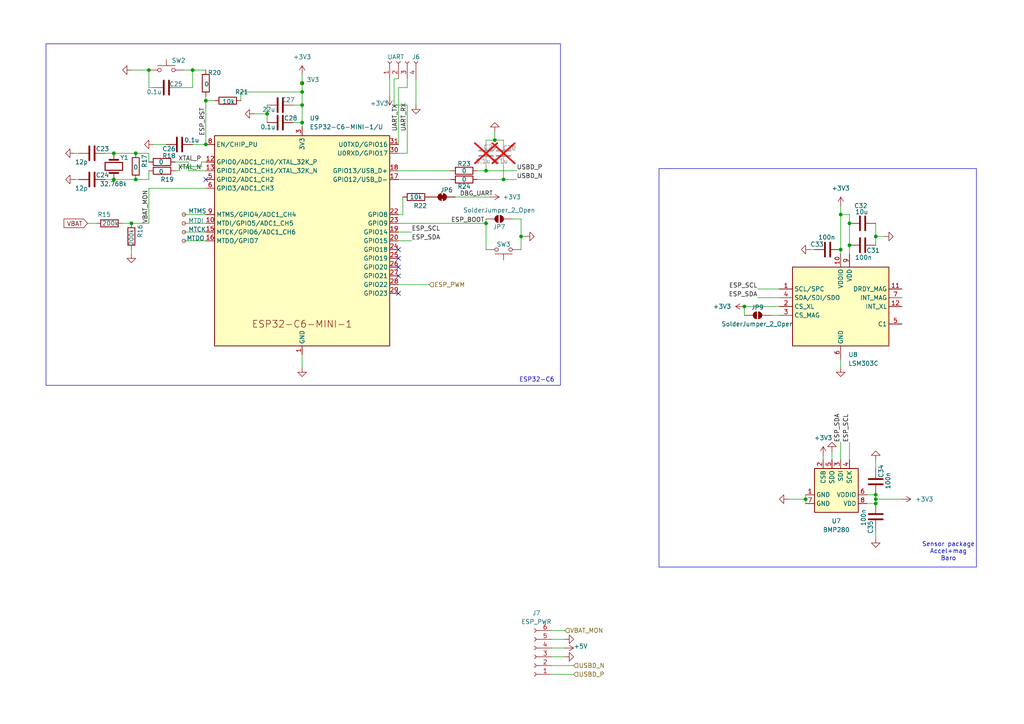
<source format=kicad_sch>
(kicad_sch (version 20231120) (generator "eeschema") (generator_version "8.0")
  (paper "A4")
  (title_block (title "Weltkatze") (date "2025-02-25") (rev "1"))
  (lib_symbols
    (symbol "Connector:Conn_01x04_Socket" (pin_names (offset 1.016) hide)
      (property "Reference" "J" (at 0 5.08 0))
      (property "Value" "Conn_01x04_Socket" (at 0 -7.62 0))
      (symbol "Conn_01x04_Socket_1_1"
        (arc (start 0 -4.572) (mid -0.5058 -5.08) (end 0 -5.588) (stroke (width 0.1524)))
        (arc (start 0 -2.032) (mid -0.5058 -2.54) (end 0 -3.048) (stroke (width 0.1524)))
        (polyline (pts (xy -1.27 -5.08) (xy -0.508 -5.08)) (stroke (width 0.1524)))
        (polyline (pts (xy -1.27 -2.54) (xy -0.508 -2.54)) (stroke (width 0.1524)))
        (polyline (pts (xy -1.27 0) (xy -0.508 0)) (stroke (width 0.1524)))
        (polyline (pts (xy -1.27 2.54) (xy -0.508 2.54)) (stroke (width 0.1524)))
        (arc (start 0 0.508) (mid -0.5058 0) (end 0 -0.508) (stroke (width 0.1524)))
        (arc (start 0 3.048) (mid -0.5058 2.54) (end 0 2.032) (stroke (width 0.1524)))
        (pin passive line (at -5.08 2.54 0) (length 3.81) (name "Pin_1") (number "1"))
        (pin passive line (at -5.08 0 0) (length 3.81) (name "Pin_2") (number "2"))
        (pin passive line (at -5.08 -2.54 0) (length 3.81) (name "Pin_3") (number "3"))
        (pin passive line (at -5.08 -5.08 0) (length 3.81) (name "Pin_4") (number "4"))
      )
    )
    (symbol "Connector:Conn_01x06_Socket" (pin_names (offset 1.016) hide)
      (property "Reference" "J" (at 0 7.62 0))
      (property "Value" "Conn_01x06_Socket" (at 0 -10.16 0))
      (symbol "Conn_01x06_Socket_1_1"
        (arc (start 0 -7.112) (mid -0.5058 -7.62) (end 0 -8.128) (stroke (width 0.1524)))
        (arc (start 0 -4.572) (mid -0.5058 -5.08) (end 0 -5.588) (stroke (width 0.1524)))
        (arc (start 0 -2.032) (mid -0.5058 -2.54) (end 0 -3.048) (stroke (width 0.1524)))
        (polyline (pts (xy -1.27 -7.62) (xy -0.508 -7.62)) (stroke (width 0.1524)))
        (polyline (pts (xy -1.27 -5.08) (xy -0.508 -5.08)) (stroke (width 0.1524)))
        (polyline (pts (xy -1.27 -2.54) (xy -0.508 -2.54)) (stroke (width 0.1524)))
        (polyline (pts (xy -1.27 0) (xy -0.508 0)) (stroke (width 0.1524)))
        (polyline (pts (xy -1.27 2.54) (xy -0.508 2.54)) (stroke (width 0.1524)))
        (polyline (pts (xy -1.27 5.08) (xy -0.508 5.08)) (stroke (width 0.1524)))
        (arc (start 0 0.508) (mid -0.5058 0) (end 0 -0.508) (stroke (width 0.1524)))
        (arc (start 0 3.048) (mid -0.5058 2.54) (end 0 2.032) (stroke (width 0.1524)))
        (arc (start 0 5.588) (mid -0.5058 5.08) (end 0 4.572) (stroke (width 0.1524)))
        (pin passive line (at -5.08 5.08 0) (length 3.81) (name "Pin_1") (number "1"))
        (pin passive line (at -5.08 2.54 0) (length 3.81) (name "Pin_2") (number "2"))
        (pin passive line (at -5.08 0 0) (length 3.81) (name "Pin_3") (number "3"))
        (pin passive line (at -5.08 -2.54 0) (length 3.81) (name "Pin_4") (number "4"))
        (pin passive line (at -5.08 -5.08 0) (length 3.81) (name "Pin_5") (number "5"))
        (pin passive line (at -5.08 -7.62 0) (length 3.81) (name "Pin_6") (number "6"))
      )
    )
    (symbol "Connector:TestPoint_Small" (pin_numbers hide) (pin_names (offset 0.762) hide)
      (property "Reference" "TP" (at 0 3.81 0))
      (property "Value" "TestPoint_Small" (at 0 2.032 0))
      (symbol "TestPoint_Small_0_1"
        (circle (center 0 0) (radius 0.508))
      )
      (symbol "TestPoint_Small_1_1"
        (pin passive line (at 0 0 90) (length 0) (name "1") (number "1"))
      )
    )
    (symbol "Device:C" (pin_numbers hide) (pin_names (offset 0.254))
      (property "Reference" "C" (at 0.635 2.54 0))
      (property "Value" "C" (at 0.635 -2.54 0))
      (symbol "C_0_1"
        (polyline (pts (xy -2.032 -0.762) (xy 2.032 -0.762)) (stroke (width 0.508)))
        (polyline (pts (xy -2.032 0.762) (xy 2.032 0.762)) (stroke (width 0.508)))
      )
      (symbol "C_1_1"
        (pin passive line (at 0 3.81 270) (length 2.794) (name "~") (number "1"))
        (pin passive line (at 0 -3.81 90) (length 2.794) (name "~") (number "2"))
      )
    )
    (symbol "Device:Crystal" (pin_numbers hide) (pin_names (offset 1.016) hide)
      (property "Reference" "Y" (at 0 3.81 0))
      (property "Value" "Crystal" (at 0 -3.81 0))
      (symbol "Crystal_0_1"
        (rectangle (start -1.143 2.54) (end 1.143 -2.54) (stroke (width 0.3048)))
        (polyline (pts (xy -2.54 0) (xy -1.905 0)))
        (polyline (pts (xy -1.905 -1.27) (xy -1.905 1.27)) (stroke (width 0.508)))
        (polyline (pts (xy 1.905 -1.27) (xy 1.905 1.27)) (stroke (width 0.508)))
        (polyline (pts (xy 2.54 0) (xy 1.905 0)))
      )
      (symbol "Crystal_1_1"
        (pin passive line (at -3.81 0 0) (length 1.27) (name "1") (number "1"))
        (pin passive line (at 3.81 0 180) (length 1.27) (name "2") (number "2"))
      )
    )
    (symbol "Device:R" (pin_numbers hide) (pin_names (offset 0))
      (property "Reference" "R" (at 2.032 0 90))
      (property "Value" "R" (at 0 0 90))
      (symbol "R_0_1"
        (rectangle (start -1.016 -2.54) (end 1.016 2.54) (stroke (width 0.254)))
      )
      (symbol "R_1_1"
        (pin passive line (at 0 3.81 270) (length 1.27) (name "~") (number "1"))
        (pin passive line (at 0 -3.81 90) (length 1.27) (name "~") (number "2"))
      )
    )
    (symbol "Jumper:SolderJumper_2_Bridged" (pin_numbers hide) (pin_names (offset 0) hide) (exclude_from_sim yes) (in_bom no)
      (property "Reference" "JP" (at 0 2.032 0))
      (property "Value" "SolderJumper_2_Bridged" (at 0 -2.54 0))
      (symbol "SolderJumper_2_Bridged_0_1"
        (rectangle (start -0.508 0.508) (end 0.508 -0.508) (fill (type outline)))
        (arc (start -0.254 1.016) (mid -1.2656 0) (end -0.254 -1.016))
        (arc (start -0.254 1.016) (mid -1.2656 0) (end -0.254 -1.016) (fill (type outline)))
        (polyline (pts (xy -0.254 1.016) (xy -0.254 -1.016)))
        (polyline (pts (xy 0.254 1.016) (xy 0.254 -1.016)))
        (arc (start 0.254 -1.016) (mid 1.2656 0) (end 0.254 1.016))
        (arc (start 0.254 -1.016) (mid 1.2656 0) (end 0.254 1.016) (fill (type outline)))
      )
      (symbol "SolderJumper_2_Bridged_1_1"
        (pin passive line (at -3.81 0 0) (length 2.54) (name "A") (number "1"))
        (pin passive line (at 3.81 0 180) (length 2.54) (name "B") (number "2"))
      )
    )
    (symbol "Jumper:SolderJumper_2_Open" (pin_numbers hide) (pin_names (offset 0) hide) (exclude_from_sim yes) (in_bom no)
      (property "Reference" "JP" (at 0 2.032 0))
      (property "Value" "SolderJumper_2_Open" (at 0 -2.54 0))
      (symbol "SolderJumper_2_Open_0_1"
        (arc (start -0.254 1.016) (mid -1.2656 0) (end -0.254 -1.016))
        (arc (start -0.254 1.016) (mid -1.2656 0) (end -0.254 -1.016) (fill (type outline)))
        (polyline (pts (xy -0.254 1.016) (xy -0.254 -1.016)))
        (polyline (pts (xy 0.254 1.016) (xy 0.254 -1.016)))
        (arc (start 0.254 -1.016) (mid 1.2656 0) (end 0.254 1.016))
        (arc (start 0.254 -1.016) (mid 1.2656 0) (end 0.254 1.016) (fill (type outline)))
      )
      (symbol "SolderJumper_2_Open_1_1"
        (pin passive line (at -3.81 0 0) (length 2.54) (name "A") (number "1"))
        (pin passive line (at 3.81 0 180) (length 2.54) (name "B") (number "2"))
      )
    )
    (symbol "PCM_Espressif:ESP32-C6-MINI-1/U"
      (property "Reference" "U" (at -25.4 35.56 0))
      (property "Value" "ESP32-C6-MINI-1/U" (at -25.4 33.02 0))
      (symbol "ESP32-C6-MINI-1/U_0_0"
        (text "ESP32-C6-MINI-1" (at 0 -24.13 0) (effects (font (size 2 2))))
      )
      (symbol "ESP32-C6-MINI-1/U_0_1"
        (rectangle (start -25.4 30.48) (end 25.4 -30.48) (stroke (width 0.254)) (fill (type background)))
      )
      (symbol "ESP32-C6-MINI-1/U_1_1"
        (pin power_in line (at 0 -33.02 90) (length 2.54) (name "GND") (number "1"))
        (pin bidirectional line (at -27.94 5.08 0) (length 2.54) (name "MTDI/GPIO5/ADC1_CH5") (number "10"))
        (pin passive line (at 0 -33.02 90) (length 2.54) hide (name "GND") (number "11"))
        (pin bidirectional line (at -27.94 22.86 0) (length 2.54) (name "GPIO0/ADC1_CH0/XTAL_32K_P") (number "12"))
        (pin bidirectional line (at -27.94 20.32 0) (length 2.54) (name "GPIO1/ADC1_CH1/XTAL_32K_N") (number "13"))
        (pin passive line (at 0 -33.02 90) (length 2.54) hide (name "GND") (number "14"))
        (pin bidirectional line (at -27.94 2.54 0) (length 2.54) (name "MTCK/GPIO6/ADC1_CH6") (number "15"))
        (pin bidirectional line (at -27.94 0 0) (length 2.54) (name "MTDO/GPIO7") (number "16"))
        (pin bidirectional line (at 27.94 17.78 180) (length 2.54) (name "GPIO12/USB_D-") (number "17"))
        (pin bidirectional line (at 27.94 20.32 180) (length 2.54) (name "GPIO13/USB_D+") (number "18"))
        (pin bidirectional line (at 27.94 2.54 180) (length 2.54) (name "GPIO14") (number "19"))
        (pin passive line (at 0 -33.02 90) (length 2.54) hide (name "GND") (number "2"))
        (pin bidirectional line (at 27.94 0 180) (length 2.54) (name "GPIO15") (number "20"))
        (pin no_connect line (at -25.4 -10.16 0) (length 2.54) hide (name "NC") (number "21"))
        (pin bidirectional line (at 27.94 7.62 180) (length 2.54) (name "GPIO8") (number "22"))
        (pin bidirectional line (at 27.94 5.08 180) (length 2.54) (name "GPIO9") (number "23"))
        (pin bidirectional line (at 27.94 -2.54 180) (length 2.54) (name "GPIO18") (number "24"))
        (pin bidirectional line (at 27.94 -5.08 180) (length 2.54) (name "GPIO19") (number "25"))
        (pin bidirectional line (at 27.94 -7.62 180) (length 2.54) (name "GPIO20") (number "26"))
        (pin bidirectional line (at 27.94 -10.16 180) (length 2.54) (name "GPIO21") (number "27"))
        (pin bidirectional line (at 27.94 -12.7 180) (length 2.54) (name "GPIO22") (number "28"))
        (pin bidirectional line (at 27.94 -15.24 180) (length 2.54) (name "GPIO23") (number "29"))
        (pin power_in line (at 0 33.02 270) (length 2.54) (name "3V3") (number "3"))
        (pin bidirectional line (at 27.94 25.4 180) (length 2.54) (name "U0RXD/GPIO17") (number "30"))
        (pin bidirectional line (at 27.94 27.94 180) (length 2.54) (name "U0TXD/GPIO16") (number "31"))
        (pin no_connect line (at -25.4 -12.7 0) (length 2.54) hide (name "NC") (number "32"))
        (pin no_connect line (at -25.4 -15.24 0) (length 2.54) hide (name "NC") (number "33"))
        (pin no_connect line (at -25.4 -17.78 0) (length 2.54) hide (name "NC") (number "34"))
        (pin no_connect line (at -25.4 -20.32 0) (length 2.54) hide (name "NC") (number "35"))
        (pin passive line (at 0 -33.02 90) (length 2.54) hide (name "GND") (number "36"))
        (pin passive line (at 0 -33.02 90) (length 2.54) hide (name "GND") (number "37"))
        (pin passive line (at 0 -33.02 90) (length 2.54) hide (name "GND") (number "38"))
        (pin passive line (at 0 -33.02 90) (length 2.54) hide (name "GND") (number "39"))
        (pin no_connect line (at -25.4 -5.08 0) (length 2.54) hide (name "NC") (number "4"))
        (pin passive line (at 0 -33.02 90) (length 2.54) hide (name "GND") (number "40"))
        (pin passive line (at 0 -33.02 90) (length 2.54) hide (name "GND") (number "41"))
        (pin passive line (at 0 -33.02 90) (length 2.54) hide (name "GND") (number "42"))
        (pin passive line (at 0 -33.02 90) (length 2.54) hide (name "GND") (number "43"))
        (pin passive line (at 0 -33.02 90) (length 2.54) hide (name "GND") (number "44"))
        (pin passive line (at 0 -33.02 90) (length 2.54) hide (name "GND") (number "45"))
        (pin passive line (at 0 -33.02 90) (length 2.54) hide (name "GND") (number "46"))
        (pin passive line (at 0 -33.02 90) (length 2.54) hide (name "GND") (number "47"))
        (pin passive line (at 0 -33.02 90) (length 2.54) hide (name "GND") (number "48"))
        (pin passive line (at 0 -33.02 90) (length 2.54) hide (name "GND") (number "49"))
        (pin bidirectional line (at -27.94 17.78 0) (length 2.54) (name "GPIO2/ADC1_CH2") (number "5"))
        (pin passive line (at 0 -33.02 90) (length 2.54) hide (name "GND") (number "50"))
        (pin passive line (at 0 -33.02 90) (length 2.54) hide (name "GND") (number "51"))
        (pin passive line (at 0 -33.02 90) (length 2.54) hide (name "GND") (number "52"))
        (pin passive line (at 0 -33.02 90) (length 2.54) hide (name "GND") (number "53"))
        (pin bidirectional line (at -27.94 15.24 0) (length 2.54) (name "GPIO3/ADC1_CH3") (number "6"))
        (pin no_connect line (at -25.4 -7.62 0) (length 2.54) hide (name "NC") (number "7"))
        (pin input line (at -27.94 27.94 0) (length 2.54) (name "EN/CHIP_PU") (number "8"))
        (pin bidirectional line (at -27.94 7.62 0) (length 2.54) (name "MTMS/GPIO4/ADC1_CH4") (number "9"))
      )
    )
    (symbol "Sensor_Motion:LSM303C"
      (property "Reference" "U" (at -11.43 15.24 0))
      (property "Value" "LSM303C" (at -5.08 13.97 0))
      (symbol "LSM303C_0_1"
        (rectangle (start 13.97 11.43) (end -13.97 -11.43) (stroke (width 0.254)) (fill (type background)))
      )
      (symbol "LSM303C_1_1"
        (pin input line (at -17.78 5.08 0) (length 3.81) (name "SCL/SPC") (number "1"))
        (pin power_in line (at 0 15.24 270) (length 3.81) (name "VDDIO") (number "10"))
        (pin output line (at 17.78 5.08 180) (length 3.81) (name "DRDY_MAG") (number "11"))
        (pin output line (at 17.78 0 180) (length 3.81) (name "INT_XL") (number "12"))
        (pin input line (at -17.78 0 0) (length 3.81) (name "CS_XL") (number "2"))
        (pin input line (at -17.78 -2.54 0) (length 3.81) (name "CS_MAG") (number "3"))
        (pin bidirectional line (at -17.78 2.54 0) (length 3.81) (name "SDA/SDI/SDO") (number "4"))
        (pin passive line (at 17.78 -5.08 180) (length 3.81) (name "C1") (number "5"))
        (pin power_in line (at 0 -15.24 90) (length 3.81) (name "GND") (number "6"))
        (pin output line (at 17.78 2.54 180) (length 3.81) (name "INT_MAG") (number "7"))
        (pin passive line (at 0 -15.24 90) (length 3.81) hide (name "GND") (number "8"))
        (pin power_in line (at 2.54 15.24 270) (length 3.81) (name "VDD") (number "9"))
      )
    )
    (symbol "Sensor_Pressure:BMP280"
      (property "Reference" "U" (at -7.62 10.16 0))
      (property "Value" "BMP280" (at 5.08 10.16 0))
      (symbol "BMP280_0_1"
        (rectangle (start -7.62 -5.08) (end 5.08 7.62) (stroke (width 0.254)) (fill (type background)))
      )
      (symbol "BMP280_1_1"
        (pin power_in line (at 0 -7.62 90) (length 2.54) (name "GND") (number "1"))
        (pin input line (at -10.16 -2.54 0) (length 2.54) (name "CSB") (number "2"))
        (pin bidirectional line (at -10.16 2.54 0) (length 2.54) (name "SDI") (number "3"))
        (pin input line (at -10.16 5.08 0) (length 2.54) (name "SCK") (number "4"))
        (pin bidirectional line (at -10.16 0 0) (length 2.54) (name "SDO") (number "5"))
        (pin power_in line (at 0 10.16 270) (length 2.54) (name "VDDIO") (number "6"))
        (pin power_in line (at 2.54 -7.62 90) (length 2.54) (name "GND") (number "7"))
        (pin power_in line (at 2.54 10.16 270) (length 2.54) (name "VDD") (number "8"))
      )
    )
    (symbol "Switch:SW_Push" (pin_numbers hide) (pin_names (offset 1.016) hide)
      (property "Reference" "SW" (at 1.27 2.54 0))
      (property "Value" "SW_Push" (at 0 -1.524 0))
      (symbol "SW_Push_0_1"
        (circle (center -2.032 0) (radius 0.508))
        (polyline (pts (xy 0 1.27) (xy 0 3.048)))
        (polyline (pts (xy 2.54 1.27) (xy -2.54 1.27)))
        (circle (center 2.032 0) (radius 0.508))
        (pin passive line (at -5.08 0 0) (length 2.54) (name "1") (number "1"))
        (pin passive line (at 5.08 0 180) (length 2.54) (name "2") (number "2"))
      )
    )
    (symbol "power:+3V3" (power) (pin_numbers hide) (pin_names (offset 0) hide)
      (property "Value" "+3V3" (at 0 3.556 0))
      (symbol "+3V3_0_1"
        (polyline (pts (xy -0.762 1.27) (xy 0 2.54)))
        (polyline (pts (xy 0 0) (xy 0 2.54)))
        (polyline (pts (xy 0 2.54) (xy 0.762 1.27)))
      )
      (symbol "+3V3_1_1"
        (pin power_in line (at 0 0 90) (length 0) (name "~") (number "1"))
      )
    )
    (symbol "power:+5V" (power) (pin_numbers hide) (pin_names (offset 0) hide)
      (property "Value" "+5V" (at 0 3.556 0))
      (symbol "+5V_0_1"
        (polyline (pts (xy -0.762 1.27) (xy 0 2.54)))
        (polyline (pts (xy 0 0) (xy 0 2.54)))
        (polyline (pts (xy 0 2.54) (xy 0.762 1.27)))
      )
      (symbol "+5V_1_1"
        (pin power_in line (at 0 0 90) (length 0) (name "~") (number "1"))
      )
    )
    (symbol "power:GND" (power) (pin_numbers hide) (pin_names (offset 0) hide)
      (property "Value" "GND" (at 0 -3.81 0))
      (symbol "GND_0_1"
        (polyline (pts (xy 0 0) (xy 0 -1.27) (xy 1.27 -1.27) (xy 0 -2.54) (xy -1.27 -1.27) (xy 0 -1.27)))
      )
      (symbol "GND_1_1"
        (pin power_in line (at 0 0 270) (length 0) (name "~") (number "1"))
      )
    )
  )
  (junction (at 87.63 30.48))
  (junction (at 38.1 64.77))
  (junction (at 233.68 144.78))
  (junction (at 140.97 64.77))
  (junction (at 87.63 24.13))
  (junction (at 87.63 26.67))
  (junction (at 143.51 40.64))
  (junction (at 55.88 20.32))
  (junction (at 151.13 68.58))
  (junction (at 140.97 49.53))
  (junction (at 243.84 72.39))
  (junction (at 59.69 29.21))
  (junction (at 215.9 88.9))
  (junction (at 246.38 64.77))
  (junction (at 243.84 62.23))
  (junction (at 59.69 41.91))
  (junction (at 246.38 71.12))
  (junction (at 39.37 44.45))
  (junction (at 39.37 52.07))
  (junction (at 254 143.51))
  (junction (at 33.02 44.45))
  (junction (at 146.05 52.07))
  (junction (at 77.47 33.02))
  (junction (at 43.18 20.32))
  (junction (at 33.02 52.07))
  (junction (at 254 144.78))
  (junction (at 254 146.05))
  (junction (at 254 68.58))
  (junction (at 87.63 35.56))
  (no_connect (at 115.57 72.39))
  (no_connect (at 115.57 77.47))
  (no_connect (at 59.69 52.07))
  (no_connect (at 115.57 80.01))
  (no_connect (at 115.57 74.93))
  (no_connect (at 115.57 85.09))
  (wire (pts (xy 115.57 44.45) (xy 118.11 44.45)))
  (wire (pts (xy 146.05 52.07) (xy 149.86 52.07)))
  (wire (pts (xy 87.63 30.48) (xy 87.63 35.56)))
  (wire (pts (xy 148.59 63.5) (xy 151.13 63.5)))
  (wire (pts (xy 59.69 49.53) (xy 54.61 49.53)))
  (wire (pts (xy 33.02 52.07) (xy 39.37 52.07)))
  (wire (pts (xy 77.47 33.02) (xy 77.47 35.56)))
  (wire (pts (xy 151.13 72.39) (xy 151.13 68.58)))
  (wire (pts (xy 233.68 143.51) (xy 233.68 144.78)))
  (wire (pts (xy 246.38 128.27) (xy 246.38 133.35)))
  (wire (pts (xy 55.88 25.4) (xy 55.88 20.32)))
  (wire (pts (xy 33.02 44.45) (xy 39.37 44.45)))
  (wire (pts (xy 143.51 40.64) (xy 143.51 38.1)))
  (wire (pts (xy 246.38 62.23) (xy 243.84 62.23)))
  (wire (pts (xy 246.38 64.77) (xy 246.38 71.12)))
  (wire (pts (xy 25.4 64.77) (xy 27.94 64.77)))
  (wire (pts (xy 116.84 62.23) (xy 115.57 62.23)))
  (wire (pts (xy 261.62 144.78) (xy 254 144.78)))
  (wire (pts (xy 243.84 104.14) (xy 243.84 106.68)))
  (wire (pts (xy 243.84 72.39) (xy 243.84 73.66)))
  (wire (pts (xy 39.37 44.45) (xy 43.18 44.45)))
  (wire (pts (xy 140.97 40.64) (xy 143.51 40.64)))
  (wire (pts (xy 226.06 88.9) (xy 215.9 88.9)))
  (wire (pts (xy 160.02 190.5) (xy 163.83 190.5)))
  (wire (pts (xy 140.97 64.77) (xy 140.97 72.39)))
  (wire (pts (xy 53.34 67.31) (xy 59.69 67.31)))
  (wire (pts (xy 238.76 132.08) (xy 238.76 133.35)))
  (wire (pts (xy 138.43 49.53) (xy 140.97 49.53)))
  (wire (pts (xy 246.38 71.12) (xy 246.38 73.66)))
  (wire (pts (xy 59.69 54.61) (xy 43.18 54.61)))
  (wire (pts (xy 21.59 52.07) (xy 22.86 52.07)))
  (wire (pts (xy 118.11 44.45) (xy 118.11 30.48)))
  (wire (pts (xy 116.84 57.15) (xy 116.84 62.23)))
  (wire (pts (xy 21.59 44.45) (xy 22.86 44.45)))
  (wire (pts (xy 140.97 63.5) (xy 140.97 64.77)))
  (wire (pts (xy 53.34 64.77) (xy 59.69 64.77)))
  (wire (pts (xy 69.85 26.67) (xy 87.63 26.67)))
  (wire (pts (xy 143.51 40.64) (xy 146.05 40.64)))
  (wire (pts (xy 43.18 46.99) (xy 43.18 44.45)))
  (wire (pts (xy 233.68 144.78) (xy 233.68 146.05)))
  (wire (pts (xy 62.23 29.21) (xy 59.69 29.21)))
  (wire (pts (xy 87.63 21.59) (xy 87.63 24.13)))
  (wire (pts (xy 58.42 46.99) (xy 59.69 46.99)))
  (wire (pts (xy 55.88 41.91) (xy 59.69 41.91)))
  (wire (pts (xy 243.84 128.27) (xy 243.84 133.35)))
  (wire (pts (xy 52.07 48.26) (xy 58.42 48.26)))
  (wire (pts (xy 115.57 49.53) (xy 130.81 49.53)))
  (wire (pts (xy 140.97 48.26) (xy 140.97 49.53)))
  (wire (pts (xy 118.11 30.48) (xy 114.3 30.48)))
  (wire (pts (xy 54.61 46.99) (xy 50.8 46.99)))
  (wire (pts (xy 254 68.58) (xy 256.54 68.58)))
  (wire (pts (xy 151.13 68.58) (xy 152.4 68.58)))
  (wire (pts (xy 254 133.35) (xy 254 135.89)))
  (wire (pts (xy 228.6 144.78) (xy 233.68 144.78)))
  (wire (pts (xy 85.09 35.56) (xy 87.63 35.56)))
  (wire (pts (xy 35.56 64.77) (xy 38.1 64.77)))
  (wire (pts (xy 87.63 102.87) (xy 87.63 106.68)))
  (wire (pts (xy 251.46 146.05) (xy 254 146.05)))
  (wire (pts (xy 146.05 48.26) (xy 146.05 52.07)))
  (wire (pts (xy 254 153.67) (xy 254 156.21)))
  (wire (pts (xy 115.57 64.77) (xy 140.97 64.77)))
  (wire (pts (xy 115.57 52.07) (xy 130.81 52.07)))
  (wire (pts (xy 87.63 24.13) (xy 87.63 26.67)))
  (wire (pts (xy 77.47 30.48) (xy 77.47 33.02)))
  (wire (pts (xy 115.57 41.91) (xy 115.57 25.4)))
  (wire (pts (xy 215.9 88.9) (xy 215.9 91.44)))
  (wire (pts (xy 140.97 49.53) (xy 149.86 49.53)))
  (wire (pts (xy 43.18 54.61) (xy 43.18 64.77)))
  (wire (pts (xy 114.3 22.86) (xy 115.57 22.86)))
  (wire (pts (xy 254 64.77) (xy 254 68.58)))
  (wire (pts (xy 254 144.78) (xy 254 146.05)))
  (wire (pts (xy 142.24 57.15) (xy 132.08 57.15)))
  (wire (pts (xy 223.52 91.44) (xy 226.06 91.44)))
  (wire (pts (xy 219.71 83.82) (xy 226.06 83.82)))
  (wire (pts (xy 234.95 72.39) (xy 236.22 72.39)))
  (wire (pts (xy 52.07 25.4) (xy 55.88 25.4)))
  (wire (pts (xy 53.34 62.23) (xy 59.69 62.23)))
  (wire (pts (xy 53.34 69.85) (xy 59.69 69.85)))
  (wire (pts (xy 243.84 59.69) (xy 243.84 62.23)))
  (wire (pts (xy 44.45 41.91) (xy 48.26 41.91)))
  (wire (pts (xy 58.42 48.26) (xy 58.42 46.99)))
  (wire (pts (xy 43.18 25.4) (xy 43.18 20.32)))
  (wire (pts (xy 115.57 25.4) (xy 118.11 25.4)))
  (wire (pts (xy 251.46 143.51) (xy 254 143.51)))
  (wire (pts (xy 38.1 64.77) (xy 43.18 64.77)))
  (wire (pts (xy 87.63 35.56) (xy 87.63 36.83)))
  (wire (pts (xy 138.43 52.07) (xy 146.05 52.07)))
  (wire (pts (xy 113.03 22.86) (xy 113.03 27.94)))
  (wire (pts (xy 69.85 29.21) (xy 69.85 26.67)))
  (wire (pts (xy 73.66 33.02) (xy 77.47 33.02)))
  (wire (pts (xy 85.09 30.48) (xy 87.63 30.48)))
  (wire (pts (xy 115.57 67.31) (xy 119.38 67.31)))
  (wire (pts (xy 50.8 49.53) (xy 52.07 49.53)))
  (wire (pts (xy 59.69 27.94) (xy 59.69 29.21)))
  (wire (pts (xy 115.57 69.85) (xy 119.38 69.85)))
  (wire (pts (xy 151.13 68.58) (xy 151.13 63.5)))
  (wire (pts (xy 114.3 30.48) (xy 114.3 22.86)))
  (wire (pts (xy 87.63 26.67) (xy 87.63 30.48)))
  (wire (pts (xy 39.37 52.07) (xy 43.18 52.07)))
  (wire (pts (xy 38.1 20.32) (xy 43.18 20.32)))
  (wire (pts (xy 160.02 195.58) (xy 166.37 195.58)))
  (wire (pts (xy 243.84 62.23) (xy 243.84 72.39)))
  (wire (pts (xy 53.34 20.32) (xy 55.88 20.32)))
  (wire (pts (xy 120.65 22.86) (xy 120.65 30.48)))
  (wire (pts (xy 160.02 182.88) (xy 163.83 182.88)))
  (wire (pts (xy 59.69 29.21) (xy 59.69 41.91)))
  (wire (pts (xy 241.3 130.81) (xy 241.3 133.35)))
  (wire (pts (xy 38.1 72.39) (xy 38.1 73.66)))
  (wire (pts (xy 160.02 185.42) (xy 163.83 185.42)))
  (wire (pts (xy 115.57 82.55) (xy 124.46 82.55)))
  (wire (pts (xy 52.07 49.53) (xy 52.07 48.26)))
  (wire (pts (xy 44.45 25.4) (xy 43.18 25.4)))
  (wire (pts (xy 30.48 52.07) (xy 33.02 52.07)))
  (wire (pts (xy 43.18 49.53) (xy 43.18 52.07)))
  (wire (pts (xy 160.02 187.96) (xy 163.83 187.96)))
  (wire (pts (xy 160.02 193.04) (xy 166.37 193.04)))
  (wire (pts (xy 219.71 86.36) (xy 226.06 86.36)))
  (wire (pts (xy 254 68.58) (xy 254 71.12)))
  (wire (pts (xy 55.88 20.32) (xy 59.69 20.32)))
  (wire (pts (xy 54.61 49.53) (xy 54.61 46.99)))
  (wire (pts (xy 118.11 25.4) (xy 118.11 22.86)))
  (wire (pts (xy 246.38 64.77) (xy 246.38 62.23)))
  (wire (pts (xy 30.48 44.45) (xy 33.02 44.45)))
  (wire (pts (xy 254 144.78) (xy 254 143.51)))
  (rectangle (start 13.335 12.7) (end 162.56 111.76))
  (rectangle (start 191.135 48.895) (end 283.21 164.465))
  (text "Sensor package\nAccel+mag\nBaro\n" (at 275.082 160.02 0) (effects (font (size 1.27 1.27))))
  (text "ESP32-C6\n" (at 155.702 110.236 0) (effects (font (size 1.27 1.27))))
  (label "ESP_BOOT" (at 130.81 64.77 0))
  (label "UART_TX" (at 115.57 38.1 90))
  (label "XTAL_P" (at 58.42 46.99 180))
  (label "ESP_SDA" (at 243.84 128.27 90))
  (label "DBG_UART" (at 133.35 57.15 0))
  (label "ESP_SDA" (at 119.38 69.85 0))
  (label "UART_RX" (at 118.11 38.1 90))
  (label "ESP_SCL" (at 246.38 128.27 90))
  (label "ESP_RST" (at 59.69 39.37 90))
  (label "ESP_SCL" (at 119.38 67.31 0))
  (label "XTAL_N" (at 58.42 49.53 180))
  (label "USBD_P" (at 149.86 49.53 0))
  (label "USBD_N" (at 149.86 52.07 0))
  (label "VBAT_MON" (at 43.18 64.77 90))
  (label "ESP_SDA" (at 219.71 86.36 180))
  (label "ESP_SCL" (at 219.71 83.82 180))
  (global_label "VBAT" (shape input) (at 25.4 64.77 180) (property "Intersheetrefs" "${INTERSHEET_REFS}" (effects (hide yes))))
  (hierarchical_label "VBAT_MON" (shape input) (at 163.83 182.88 0))
  (hierarchical_label "USBD_N" (shape input) (at 166.37 193.04 0))
  (hierarchical_label "ESP_PWM" (shape input) (at 124.46 82.55 0))
  (hierarchical_label "USBD_P" (shape input) (at 166.37 195.58 0))
  (symbol (lib_id "power:GND") (at 38.1 20.32 270) (unit 1)
    (property "Reference" "#PWR33" (effects (hide yes)))
    (property "Value" "GND" (effects (hide yes)))
    (property "Description" "Power symbol creates a global label with name \"GND\" , ground" (effects (hide yes)))
  )
  (symbol (lib_id "Connector:TestPoint_Small") (at 53.34 64.77 0) (unit 1)
    (property "Reference" "TP2" (effects (hide yes)))
    (property "Value" "MTDI" (at 54.61 64.008 0) (effects (justify left)))
    (property "Footprint" "TestPoint:TestPoint_Pad_D1.0mm" (effects (hide yes)))
    (property "Description" "test point" (effects (hide yes)))
  )
  (symbol (lib_id "Device:C") (at 81.28 30.48 90) (unit 1)
    (property "Reference" "C27" (at 83.566 28.956 90))
    (property "Value" "22u" (at 77.978 31.75 90))
    (property "Footprint" "Capacitor_SMD:C_0805_2012Metric" (effects (hide yes)))
    (property "Description" "Unpolarized capacitor" (effects (hide yes)))
  )
  (symbol (lib_id "power:GND") (at 163.83 185.42 90) (unit 1)
    (property "Reference" "#PWR44" (effects (hide yes)))
    (property "Value" "GND" (effects (hide yes)))
    (property "Description" "Power symbol creates a global label with name \"GND\" , ground" (effects (hide yes)))
  )
  (symbol (lib_id "Device:C") (at 240.03 72.39 270) (unit 1)
    (property "Reference" "C33" (at 236.982 70.866 90))
    (property "Value" "100n" (at 239.776 68.834 90))
    (property "Footprint" "Capacitor_SMD:C_0402_1005Metric" (effects (hide yes)))
    (property "Description" "Unpolarized capacitor" (effects (hide yes)))
  )
  (symbol (lib_id "power:GND") (at 243.84 106.68 0) (unit 1)
    (property "Reference" "#PWR48" (effects (hide yes)))
    (property "Value" "GND" (effects (hide yes)))
    (property "Description" "Power symbol creates a global label with name \"GND\" , ground" (effects (hide yes)))
  )
  (symbol (lib_id "PCM_Espressif:ESP32-C6-MINI-1/U") (at 87.63 69.85 0) (unit 1)
    (property "Reference" "U9" (at 89.8241 34.29 0) (effects (justify left)))
    (property "Value" "ESP32-C6-MINI-1/U" (at 89.8241 36.83 0) (effects (justify left)))
    (property "Footprint" "PCM_Espressif:ESP32-C6-MINI-1" (effects (hide yes)))
    (property "Datasheet" "https://www.espressif.com/sites/default/files/documentation/esp32-c6-mini-1_datasheet_en.pdf" (effects (hide yes)))
    (property "Description" "ESP32-C6-MINI-1 is a module that supports 2.4 GHz Wi-Fi 6 (802.11 ax), Bluetooth® 5 (LE), Zigbee and Thread (802.15.4)" (effects (hide yes)))
  )
  (symbol (lib_id "Device:C") (at 254 139.7 180) (unit 1)
    (property "Reference" "C34" (at 255.524 136.652 90))
    (property "Value" "100n" (at 257.556 139.446 90))
    (property "Footprint" "Capacitor_SMD:C_0402_1005Metric" (effects (hide yes)))
    (property "Description" "Unpolarized capacitor" (effects (hide yes)))
  )
  (symbol (lib_id "Device:C") (at 48.26 25.4 90) (unit 1)
    (property "Reference" "C25" (at 51.054 24.384 90))
    (property "Value" "0.1u" (at 44.704 26.67 90))
    (property "Footprint" "Capacitor_SMD:C_0402_1005Metric" (effects (hide yes)))
    (property "Description" "Unpolarized capacitor" (effects (hide yes)))
  )
  (symbol (lib_id "Device:R") (at 134.62 49.53 90) (unit 1)
    (property "Reference" "R23" (at 134.62 47.498 90))
    (property "Value" "0" (at 134.62 49.53 90))
    (property "Footprint" "Resistor_SMD:R_0603_1608Metric" (effects (hide yes)))
    (property "Description" "Resistor" (effects (hide yes)))
  )
  (symbol (lib_id "Connector:TestPoint_Small") (at 87.63 24.13 0) (unit 1)
    (property "Reference" "TP5" (effects (hide yes)))
    (property "Value" "3V3" (at 88.9 23.114 0) (effects (justify left)))
    (property "Footprint" "TestPoint:TestPoint_Pad_D1.0mm" (effects (hide yes)))
    (property "Description" "test point" (effects (hide yes)))
  )
  (symbol (lib_id "Device:C") (at 26.67 44.45 90) (unit 1)
    (property "Reference" "C23" (at 29.718 43.18 90))
    (property "Value" "12p" (at 23.622 46.99 90))
    (property "Footprint" "Capacitor_SMD:C_0402_1005Metric" (effects (hide yes)))
    (property "Description" "Unpolarized capacitor" (effects (hide yes)))
  )
  (symbol (lib_id "power:GND") (at 87.63 106.68 0) (unit 1)
    (property "Reference" "#PWR38" (effects (hide yes)))
    (property "Value" "GND" (effects (hide yes)))
    (property "Description" "Power symbol creates a global label with name \"GND\" , ground" (effects (hide yes)))
  )
  (symbol (lib_id "Jumper:SolderJumper_2_Open") (at 144.78 63.5 0) (unit 1) (exclude_from_sim yes) (in_bom no)
    (property "Reference" "JP7" (at 144.78 65.786 0))
    (property "Value" "SolderJumper_2_Open" (at 144.78 60.96 0))
    (property "Footprint" "Jumper:SolderJumper-2_P1.3mm_Open_TrianglePad1.0x1.5mm" (effects (hide yes)))
    (property "Description" "Solder Jumper, 2-pole, open" (effects (hide yes)))
  )
  (symbol (lib_id "Device:R") (at 31.75 64.77 270) (unit 1)
    (property "Reference" "R15" (at 30.226 62.23 90))
    (property "Value" "200k" (at 32.004 64.77 90))
    (property "Footprint" "Resistor_SMD:R_0603_1608Metric" (effects (hide yes)))
    (property "Description" "Resistor" (effects (hide yes)))
  )
  (symbol (lib_id "Sensor_Motion:LSM303C") (at 243.84 88.9 0) (unit 1)
    (property "Reference" "U8" (at 246.0341 102.87 0) (effects (justify left)))
    (property "Value" "LSM303C" (at 246.0341 105.41 0) (effects (justify left)))
    (property "Footprint" "Package_LGA:LGA-12_2x2mm_P0.5mm" (effects (hide yes)))
    (property "Datasheet" "www.st.com/resource/en/datasheet/lsm303c.pdf" (effects (hide yes)))
    (property "Description" "I2C/SPI, 3D Accelerometer and 3D Magnetometer" (effects (hide yes)))
  )
  (symbol (lib_id "Device:C") (at 52.07 41.91 270) (unit 1)
    (property "Reference" "C26" (at 49.022 43.18 90))
    (property "Value" "0.1u" (at 55.626 40.64 90))
    (property "Footprint" "Capacitor_SMD:C_0402_1005Metric" (effects (hide yes)))
    (property "Description" "Unpolarized capacitor" (effects (hide yes)))
  )
  (symbol (lib_id "power:+5V") (at 163.83 187.96 270) (unit 1)
    (property "Reference" "#PWR47" (effects (hide yes)))
    (property "Value" "+5V" (at 166.37 187.452 90) (effects (justify left)))
    (property "Description" "Power symbol creates a global label with name \"+5V\"" (effects (hide yes)))
  )
  (symbol (lib_id "power:GND") (at 152.4 68.58 90) (unit 1)
    (property "Reference" "#PWR43" (effects (hide yes)))
    (property "Value" "GND" (effects (hide yes)))
    (property "Description" "Power symbol creates a global label with name \"GND\" , ground" (effects (hide yes)))
  )
  (symbol (lib_id "Device:R") (at 46.99 46.99 90) (unit 1)
    (property "Reference" "R18" (at 49.022 45.212 90))
    (property "Value" "0" (at 46.736 46.99 90))
    (property "Footprint" "Resistor_SMD:R_0603_1608Metric" (effects (hide yes)))
    (property "Description" "Resistor" (effects (hide yes)))
  )
  (symbol (lib_id "power:GND") (at 163.83 190.5 90) (unit 1)
    (property "Reference" "#PWR46" (effects (hide yes)))
    (property "Value" "GND" (effects (hide yes)))
    (property "Description" "Power symbol creates a global label with name \"GND\" , ground" (effects (hide yes)))
  )
  (symbol (lib_id "Device:R") (at 120.65 57.15 90) (unit 1)
    (property "Reference" "R22" (at 121.92 59.69 90))
    (property "Value" "10k" (at 120.65 57.15 90))
    (property "Footprint" "Resistor_SMD:R_0603_1608Metric" (effects (hide yes)))
    (property "Description" "Resistor" (effects (hide yes)))
  )
  (symbol (lib_id "power:GND") (at 38.1 73.66 0) (unit 1)
    (property "Reference" "#PWR34" (effects (hide yes)))
    (property "Value" "GND" (effects (hide yes)))
    (property "Description" "Power symbol creates a global label with name \"GND\" , ground" (effects (hide yes)))
  )
  (symbol (lib_id "power:GND") (at 120.65 30.48 0) (unit 1)
    (property "Reference" "#PWR40" (effects (hide yes)))
    (property "Value" "GND" (effects (hide yes)))
    (property "Description" "Power symbol creates a global label with name \"GND\" , ground" (effects (hide yes)))
  )
  (symbol (lib_id "Switch:SW_Push") (at 146.05 72.39 180) (unit 1)
    (property "Reference" "SW3" (at 144.018 70.866 0) (effects (justify right)))
    (property "Value" "SW_Push" (effects (hide yes)))
    (property "Footprint" "Button_Switch_SMD:SW_SPST_CK_RS282G05A3" (effects (hide yes)))
    (property "Description" "Push button switch, generic, two pins" (effects (hide yes)))
  )
  (symbol (lib_id "power:GND") (at 143.51 38.1 180) (unit 1)
    (property "Reference" "#PWR42" (effects (hide yes)))
    (property "Value" "GND" (effects (hide yes)))
    (property "Description" "Power symbol creates a global label with name \"GND\" , ground" (effects (hide yes)))
  )
  (symbol (lib_id "power:+3V3") (at 87.63 21.59 0) (unit 1)
    (property "Reference" "#PWR37" (effects (hide yes)))
    (property "Value" "+3V3" (at 87.63 16.51 0))
    (property "Description" "Power symbol creates a global label with name \"+3V3\"" (effects (hide yes)))
  )
  (symbol (lib_id "power:+3V3") (at 142.24 57.15 270) (unit 1)
    (property "Reference" "#PWR41" (effects (hide yes)))
    (property "Value" "+3V3" (at 145.796 57.15 90) (effects (justify left)))
    (property "Description" "Power symbol creates a global label with name \"+3V3\"" (effects (hide yes)))
  )
  (symbol (lib_id "power:GND") (at 256.54 68.58 90) (unit 1)
    (property "Reference" "#PWR49" (effects (hide yes)))
    (property "Value" "GND" (effects (hide yes)))
    (property "Description" "Power symbol creates a global label with name \"GND\" , ground" (effects (hide yes)))
  )
  (symbol (lib_id "Connector:Conn_01x06_Socket") (at 154.94 190.5 180) (unit 1)
    (property "Reference" "J7" (at 155.575 177.8 0))
    (property "Value" "ESP_PWR" (at 155.575 180.34 0))
    (property "Footprint" "Connector_JST:JST_ZH_B6B-ZR_1x06_P1.50mm_Vertical" (effects (hide yes)))
    (property "Description" "Generic connector, single row, 01x06, script generated" (effects (hide yes)))
  )
  (symbol (lib_id "power:GND") (at 21.59 52.07 270) (unit 1)
    (property "Reference" "#PWR32" (effects (hide yes)))
    (property "Value" "GND" (effects (hide yes)))
    (property "Description" "Power symbol creates a global label with name \"GND\" , ground" (effects (hide yes)))
  )
  (symbol (lib_id "power:GND") (at 228.6 144.78 270) (unit 1)
    (property "Reference" "#PWR52" (effects (hide yes)))
    (property "Value" "GND" (effects (hide yes)))
    (property "Description" "Power symbol creates a global label with name \"GND\" , ground" (effects (hide yes)))
  )
  (symbol (lib_id "Device:C") (at 26.67 52.07 90) (unit 1)
    (property "Reference" "C24" (at 29.718 50.8 90))
    (property "Value" "12p" (at 23.622 54.61 90))
    (property "Footprint" "Capacitor_SMD:C_0402_1005Metric" (effects (hide yes)))
    (property "Description" "Unpolarized capacitor" (effects (hide yes)))
  )
  (symbol (lib_id "power:GND") (at 241.3 130.81 180) (unit 1)
    (property "Reference" "#PWR53" (effects (hide yes)))
    (property "Value" "GND" (effects (hide yes)))
    (property "Description" "Power symbol creates a global label with name \"GND\" , ground" (effects (hide yes)))
  )
  (symbol (lib_id "Switch:SW_Push") (at 48.26 20.32 0) (unit 1)
    (property "Reference" "SW2" (at 51.816 17.526 0))
    (property "Value" "SW_Push" (effects (hide yes)))
    (property "Footprint" "Button_Switch_SMD:SW_SPST_CK_RS282G05A3" (effects (hide yes)))
    (property "Description" "Push button switch, generic, two pins" (effects (hide yes)))
  )
  (symbol (lib_id "power:GND") (at 234.95 72.39 270) (unit 1)
    (property "Reference" "#PWR58" (effects (hide yes)))
    (property "Value" "GND" (effects (hide yes)))
    (property "Description" "Power symbol creates a global label with name \"GND\" , ground" (effects (hide yes)))
  )
  (symbol (lib_id "Device:C") (at 254 149.86 0) (unit 1)
    (property "Reference" "C35" (at 252.476 152.908 90))
    (property "Value" "100n" (at 250.444 150.114 90))
    (property "Footprint" "Capacitor_SMD:C_0402_1005Metric" (effects (hide yes)))
    (property "Description" "Unpolarized capacitor" (effects (hide yes)))
  )
  (symbol (lib_id "power:GND") (at 254 133.35 180) (unit 1)
    (property "Reference" "#PWR57" (effects (hide yes)))
    (property "Value" "GND" (effects (hide yes)))
    (property "Description" "Power symbol creates a global label with name \"GND\" , ground" (effects (hide yes)))
  )
  (symbol (lib_id "power:+3V3") (at 113.03 27.94 180) (unit 1)
    (property "Reference" "#PWR39" (effects (hide yes)))
    (property "Value" "+3V3" (at 109.982 29.972 0))
    (property "Description" "Power symbol creates a global label with name \"+3V3\"" (effects (hide yes)))
  )
  (symbol (lib_id "Device:R") (at 46.99 49.53 90) (unit 1)
    (property "Reference" "R19" (at 48.514 52.07 90))
    (property "Value" "0" (at 46.736 49.784 90))
    (property "Footprint" "Resistor_SMD:R_0603_1608Metric" (effects (hide yes)))
    (property "Description" "Resistor" (effects (hide yes)))
  )
  (symbol (lib_id "Device:R") (at 39.37 48.26 180) (unit 1)
    (property "Reference" "R17" (at 41.91 46.736 90))
    (property "Value" "0" (at 39.37 48.514 0))
    (property "Footprint" "Resistor_SMD:R_0603_1608Metric" (effects (hide yes)))
    (property "Description" "Resistor" (effects (hide yes)))
  )
  (symbol (lib_id "power:+3V3") (at 215.9 88.9 90) (unit 1)
    (property "Reference" "#PWR51" (effects (hide yes)))
    (property "Value" "+3V3" (at 212.09 88.8999 90) (effects (justify left)))
    (property "Description" "Power symbol creates a global label with name \"+3V3\"" (effects (hide yes)))
  )
  (symbol (lib_id "power:GND") (at 44.45 41.91 270) (unit 1)
    (property "Reference" "#PWR35" (effects (hide yes)))
    (property "Value" "GND" (effects (hide yes)))
    (property "Description" "Power symbol creates a global label with name \"GND\" , ground" (effects (hide yes)))
  )
  (symbol (lib_id "power:+3V3") (at 261.62 144.78 270) (unit 1)
    (property "Reference" "#PWR55" (effects (hide yes)))
    (property "Value" "+3V3" (at 265.43 144.7799 90) (effects (justify left)))
    (property "Description" "Power symbol creates a global label with name \"+3V3\"" (effects (hide yes)))
  )
  (symbol (lib_id "power:GND") (at 254 156.21 0) (unit 1)
    (property "Reference" "#PWR56" (effects (hide yes)))
    (property "Value" "GND" (effects (hide yes)))
    (property "Description" "Power symbol creates a global label with name \"GND\" , ground" (effects (hide yes)))
  )
  (symbol (lib_id "Jumper:SolderJumper_2_Open") (at 219.71 91.44 180) (unit 1) (exclude_from_sim yes) (in_bom no)
    (property "Reference" "JP9" (at 219.71 89.154 0))
    (property "Value" "SolderJumper_2_Open" (at 219.71 93.98 0))
    (property "Footprint" "Jumper:SolderJumper-2_P1.3mm_Open_TrianglePad1.0x1.5mm" (effects (hide yes)))
    (property "Description" "Solder Jumper, 2-pole, open" (effects (hide yes)))
  )
  (symbol (lib_id "power:+3V3") (at 243.84 59.69 0) (unit 1)
    (property "Reference" "#PWR50" (effects (hide yes)))
    (property "Value" "+3V3" (at 243.84 54.61 0))
    (property "Description" "Power symbol creates a global label with name \"+3V3\"" (effects (hide yes)))
  )
  (symbol (lib_id "Device:R") (at 66.04 29.21 90) (unit 1)
    (property "Reference" "R21" (at 70.104 26.67 90))
    (property "Value" "10k" (at 66.294 29.464 90))
    (property "Footprint" "Resistor_SMD:R_0603_1608Metric" (effects (hide yes)))
    (property "Description" "Resistor" (effects (hide yes)))
  )
  (symbol (lib_id "Device:C") (at 140.97 44.45 0) (unit 1) (dnp yes)
    (property "Reference" "C29" (at 140.208 42.672 0) (effects (justify left)))
    (property "Value" "0.1u" (at 137.922 46.736 0) (effects (justify left)))
    (property "Footprint" "Capacitor_SMD:C_0603_1608Metric" (effects (hide yes)))
    (property "Description" "Unpolarized capacitor" (effects (hide yes)))
  )
  (symbol (lib_id "Device:Crystal") (at 33.02 48.26 90) (unit 1)
    (property "Reference" "Y1" (at 34.798 45.72 90) (effects (justify right)))
    (property "Value" "32.768k" (at 28.956 53.34 90) (effects (justify right)))
    (property "Footprint" "Crystal:Crystal_C26-LF_D2.1mm_L6.5mm_Horizontal" (effects (hide yes)))
    (property "Description" "Two pin crystal" (effects (hide yes)))
  )
  (symbol (lib_id "power:+3V3") (at 238.76 132.08 0) (unit 1)
    (property "Reference" "#PWR54" (effects (hide yes)))
    (property "Value" "+3V3" (at 238.76 127 0))
    (property "Description" "Power symbol creates a global label with name \"+3V3\"" (effects (hide yes)))
  )
  (symbol (lib_id "Device:C") (at 250.19 64.77 90) (unit 1)
    (property "Reference" "C32" (at 249.682 59.69 90))
    (property "Value" "10u" (at 249.936 61.468 90))
    (property "Footprint" "Capacitor_SMD:C_0603_1608Metric" (effects (hide yes)))
    (property "Description" "Unpolarized capacitor" (effects (hide yes)))
  )
  (symbol (lib_id "power:GND") (at 73.66 33.02 270) (unit 1)
    (property "Reference" "#PWR36" (effects (hide yes)))
    (property "Value" "GND" (effects (hide yes)))
    (property "Description" "Power symbol creates a global label with name \"GND\" , ground" (effects (hide yes)))
  )
  (symbol (lib_id "Jumper:SolderJumper_2_Bridged") (at 128.27 57.15 0) (unit 1) (exclude_from_sim yes) (in_bom no)
    (property "Reference" "JP6" (at 129.54 55.118 0))
    (property "Value" "DBG_UART" (effects (hide yes)))
    (property "Footprint" "Jumper:SolderJumper-2_P1.3mm_Bridged_Pad1.0x1.5mm" (effects (hide yes)))
    (property "Description" "Solder Jumper, 2-pole, closed/bridged" (effects (hide yes)))
  )
  (symbol (lib_id "Connector:Conn_01x04_Socket") (at 115.57 17.78 90) (unit 1)
    (property "Reference" "J6" (at 120.65 16.51 90))
    (property "Value" "UART" (at 114.808 16.51 90))
    (property "Footprint" "Connector_JST:JST_ZH_B4B-ZR_1x04_P1.50mm_Vertical" (effects (hide yes)))
    (property "Description" "Generic connector, single row, 01x04, script generated" (effects (hide yes)))
  )
  (symbol (lib_id "Device:R") (at 59.69 24.13 180) (unit 1)
    (property "Reference" "R20" (at 62.23 21.082 0))
    (property "Value" "0" (at 59.944 24.384 0))
    (property "Footprint" "Resistor_SMD:R_0603_1608Metric" (effects (hide yes)))
    (property "Description" "Resistor" (effects (hide yes)))
  )
  (symbol (lib_id "Sensor_Pressure:BMP280") (at 241.3 143.51 270) (unit 1)
    (property "Reference" "U7" (at 242.57 151.13 90))
    (property "Value" "BMP280" (at 242.57 153.67 90))
    (property "Footprint" "Package_LGA:Bosch_LGA-8_2x2.5mm_P0.65mm_ClockwisePinNumbering" (effects (hide yes)))
    (property "Datasheet" "https://ae-bst.resource.bosch.com/media/_tech/media/datasheets/BST-BMP280-DS001.pdf" (effects (hide yes)))
    (property "Description" "Absolute Barometric Pressure Sensor, LGA-8" (effects (hide yes)))
  )
  (symbol (lib_id "Device:R") (at 38.1 68.58 180) (unit 1)
    (property "Reference" "R16" (at 40.64 67.056 90))
    (property "Value" "200k" (at 38.1 68.834 90))
    (property "Footprint" "Resistor_SMD:R_0603_1608Metric" (effects (hide yes)))
    (property "Description" "Resistor" (effects (hide yes)))
  )
  (symbol (lib_id "Device:C") (at 146.05 44.45 0) (unit 1) (dnp yes)
    (property "Reference" "C30" (at 145.796 42.926 0) (effects (justify left)))
    (property "Value" "0.1u" (at 143.002 46.736 0) (effects (justify left)))
    (property "Footprint" "Capacitor_SMD:C_0603_1608Metric" (effects (hide yes)))
    (property "Description" "Unpolarized capacitor" (effects (hide yes)))
  )
  (symbol (lib_id "Connector:TestPoint_Small") (at 53.34 67.31 0) (unit 1)
    (property "Reference" "TP3" (effects (hide yes)))
    (property "Value" "MTCK" (at 54.61 66.548 0) (effects (justify left)))
    (property "Footprint" "TestPoint:TestPoint_Pad_D1.0mm" (effects (hide yes)))
    (property "Description" "test point" (effects (hide yes)))
  )
  (symbol (lib_id "power:GND") (at 21.59 44.45 270) (unit 1)
    (property "Reference" "#PWR31" (effects (hide yes)))
    (property "Value" "GND" (effects (hide yes)))
    (property "Description" "Power symbol creates a global label with name \"GND\" , ground" (effects (hide yes)))
  )
  (symbol (lib_id "Device:R") (at 134.62 52.07 90) (unit 1)
    (property "Reference" "R24" (at 134.62 54.102 90))
    (property "Value" "0" (at 134.62 52.07 90))
    (property "Footprint" "Resistor_SMD:R_0603_1608Metric" (effects (hide yes)))
    (property "Description" "Resistor" (effects (hide yes)))
  )
  (symbol (lib_id "Connector:TestPoint_Small") (at 53.34 62.23 0) (unit 1)
    (property "Reference" "TP1" (effects (hide yes)))
    (property "Value" "MTMS" (at 54.61 61.214 0) (effects (justify left)))
    (property "Footprint" "TestPoint:TestPoint_Pad_D1.0mm" (effects (hide yes)))
    (property "Description" "test point" (effects (hide yes)))
  )
  (symbol (lib_id "Device:C") (at 81.28 35.56 90) (unit 1)
    (property "Reference" "C28" (at 84.328 34.29 90))
    (property "Value" "0.1u" (at 77.724 36.83 90))
    (property "Footprint" "Capacitor_SMD:C_0402_1005Metric" (effects (hide yes)))
    (property "Description" "Unpolarized capacitor" (effects (hide yes)))
  )
  (symbol (lib_id "Connector:TestPoint_Small") (at 53.34 69.85 0) (unit 1)
    (property "Reference" "TP4" (effects (hide yes)))
    (property "Value" "MTDO" (at 54.102 69.088 0) (effects (justify left)))
    (property "Footprint" "TestPoint:TestPoint_Pad_D1.0mm" (effects (hide yes)))
    (property "Description" "test point" (effects (hide yes)))
  )
  (symbol (lib_id "Device:C") (at 250.19 71.12 90) (unit 1)
    (property "Reference" "C31" (at 253.238 72.644 90))
    (property "Value" "100n" (at 250.444 74.676 90))
    (property "Footprint" "Capacitor_SMD:C_0402_1005Metric" (effects (hide yes)))
    (property "Description" "Unpolarized capacitor" (effects (hide yes)))
  )
)
</source>
